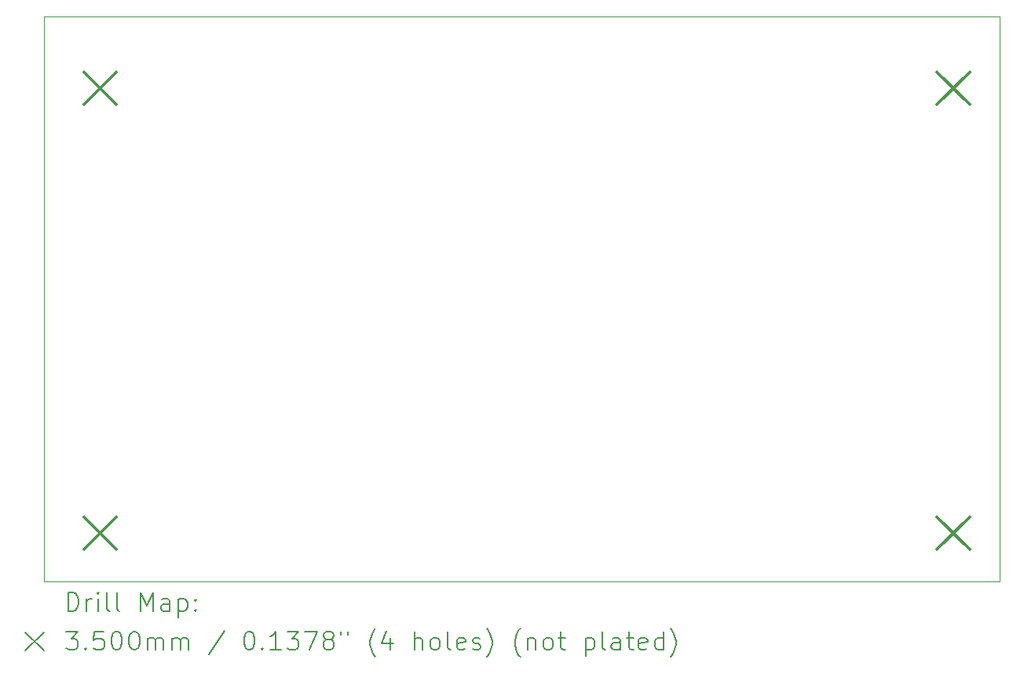
<source format=gbr>
%TF.GenerationSoftware,KiCad,Pcbnew,7.0.6-7.0.6~ubuntu22.04.1*%
%TF.CreationDate,2023-07-29T13:02:37+05:30*%
%TF.ProjectId,SDC_Schematic,5344435f-5363-4686-956d-617469632e6b,rev?*%
%TF.SameCoordinates,Original*%
%TF.FileFunction,Drillmap*%
%TF.FilePolarity,Positive*%
%FSLAX45Y45*%
G04 Gerber Fmt 4.5, Leading zero omitted, Abs format (unit mm)*
G04 Created by KiCad (PCBNEW 7.0.6-7.0.6~ubuntu22.04.1) date 2023-07-29 13:02:37*
%MOMM*%
%LPD*%
G01*
G04 APERTURE LIST*
%ADD10C,0.100000*%
%ADD11C,0.200000*%
%ADD12C,0.350000*%
G04 APERTURE END LIST*
D10*
X9400000Y-4225100D02*
X19700000Y-4225100D01*
X19700000Y-10325100D01*
X9400000Y-10325100D01*
X9400000Y-4225100D01*
D11*
D12*
X9825000Y-4825000D02*
X10175000Y-5175000D01*
X10175000Y-4825000D02*
X9825000Y-5175000D01*
X9825000Y-9625000D02*
X10175000Y-9975000D01*
X10175000Y-9625000D02*
X9825000Y-9975000D01*
X19025000Y-4825000D02*
X19375000Y-5175000D01*
X19375000Y-4825000D02*
X19025000Y-5175000D01*
X19025000Y-9625000D02*
X19375000Y-9975000D01*
X19375000Y-9625000D02*
X19025000Y-9975000D01*
D11*
X9655777Y-10641584D02*
X9655777Y-10441584D01*
X9655777Y-10441584D02*
X9703396Y-10441584D01*
X9703396Y-10441584D02*
X9731967Y-10451108D01*
X9731967Y-10451108D02*
X9751015Y-10470155D01*
X9751015Y-10470155D02*
X9760539Y-10489203D01*
X9760539Y-10489203D02*
X9770063Y-10527298D01*
X9770063Y-10527298D02*
X9770063Y-10555870D01*
X9770063Y-10555870D02*
X9760539Y-10593965D01*
X9760539Y-10593965D02*
X9751015Y-10613012D01*
X9751015Y-10613012D02*
X9731967Y-10632060D01*
X9731967Y-10632060D02*
X9703396Y-10641584D01*
X9703396Y-10641584D02*
X9655777Y-10641584D01*
X9855777Y-10641584D02*
X9855777Y-10508250D01*
X9855777Y-10546346D02*
X9865301Y-10527298D01*
X9865301Y-10527298D02*
X9874824Y-10517774D01*
X9874824Y-10517774D02*
X9893872Y-10508250D01*
X9893872Y-10508250D02*
X9912920Y-10508250D01*
X9979586Y-10641584D02*
X9979586Y-10508250D01*
X9979586Y-10441584D02*
X9970063Y-10451108D01*
X9970063Y-10451108D02*
X9979586Y-10460631D01*
X9979586Y-10460631D02*
X9989110Y-10451108D01*
X9989110Y-10451108D02*
X9979586Y-10441584D01*
X9979586Y-10441584D02*
X9979586Y-10460631D01*
X10103396Y-10641584D02*
X10084348Y-10632060D01*
X10084348Y-10632060D02*
X10074824Y-10613012D01*
X10074824Y-10613012D02*
X10074824Y-10441584D01*
X10208158Y-10641584D02*
X10189110Y-10632060D01*
X10189110Y-10632060D02*
X10179586Y-10613012D01*
X10179586Y-10613012D02*
X10179586Y-10441584D01*
X10436729Y-10641584D02*
X10436729Y-10441584D01*
X10436729Y-10441584D02*
X10503396Y-10584441D01*
X10503396Y-10584441D02*
X10570063Y-10441584D01*
X10570063Y-10441584D02*
X10570063Y-10641584D01*
X10751015Y-10641584D02*
X10751015Y-10536822D01*
X10751015Y-10536822D02*
X10741491Y-10517774D01*
X10741491Y-10517774D02*
X10722444Y-10508250D01*
X10722444Y-10508250D02*
X10684348Y-10508250D01*
X10684348Y-10508250D02*
X10665301Y-10517774D01*
X10751015Y-10632060D02*
X10731967Y-10641584D01*
X10731967Y-10641584D02*
X10684348Y-10641584D01*
X10684348Y-10641584D02*
X10665301Y-10632060D01*
X10665301Y-10632060D02*
X10655777Y-10613012D01*
X10655777Y-10613012D02*
X10655777Y-10593965D01*
X10655777Y-10593965D02*
X10665301Y-10574917D01*
X10665301Y-10574917D02*
X10684348Y-10565393D01*
X10684348Y-10565393D02*
X10731967Y-10565393D01*
X10731967Y-10565393D02*
X10751015Y-10555870D01*
X10846253Y-10508250D02*
X10846253Y-10708250D01*
X10846253Y-10517774D02*
X10865301Y-10508250D01*
X10865301Y-10508250D02*
X10903396Y-10508250D01*
X10903396Y-10508250D02*
X10922444Y-10517774D01*
X10922444Y-10517774D02*
X10931967Y-10527298D01*
X10931967Y-10527298D02*
X10941491Y-10546346D01*
X10941491Y-10546346D02*
X10941491Y-10603489D01*
X10941491Y-10603489D02*
X10931967Y-10622536D01*
X10931967Y-10622536D02*
X10922444Y-10632060D01*
X10922444Y-10632060D02*
X10903396Y-10641584D01*
X10903396Y-10641584D02*
X10865301Y-10641584D01*
X10865301Y-10641584D02*
X10846253Y-10632060D01*
X11027205Y-10622536D02*
X11036729Y-10632060D01*
X11036729Y-10632060D02*
X11027205Y-10641584D01*
X11027205Y-10641584D02*
X11017682Y-10632060D01*
X11017682Y-10632060D02*
X11027205Y-10622536D01*
X11027205Y-10622536D02*
X11027205Y-10641584D01*
X11027205Y-10517774D02*
X11036729Y-10527298D01*
X11036729Y-10527298D02*
X11027205Y-10536822D01*
X11027205Y-10536822D02*
X11017682Y-10527298D01*
X11017682Y-10527298D02*
X11027205Y-10517774D01*
X11027205Y-10517774D02*
X11027205Y-10536822D01*
X9195000Y-10870100D02*
X9395000Y-11070100D01*
X9395000Y-10870100D02*
X9195000Y-11070100D01*
X9636729Y-10861584D02*
X9760539Y-10861584D01*
X9760539Y-10861584D02*
X9693872Y-10937774D01*
X9693872Y-10937774D02*
X9722444Y-10937774D01*
X9722444Y-10937774D02*
X9741491Y-10947298D01*
X9741491Y-10947298D02*
X9751015Y-10956822D01*
X9751015Y-10956822D02*
X9760539Y-10975870D01*
X9760539Y-10975870D02*
X9760539Y-11023489D01*
X9760539Y-11023489D02*
X9751015Y-11042536D01*
X9751015Y-11042536D02*
X9741491Y-11052060D01*
X9741491Y-11052060D02*
X9722444Y-11061584D01*
X9722444Y-11061584D02*
X9665301Y-11061584D01*
X9665301Y-11061584D02*
X9646253Y-11052060D01*
X9646253Y-11052060D02*
X9636729Y-11042536D01*
X9846253Y-11042536D02*
X9855777Y-11052060D01*
X9855777Y-11052060D02*
X9846253Y-11061584D01*
X9846253Y-11061584D02*
X9836729Y-11052060D01*
X9836729Y-11052060D02*
X9846253Y-11042536D01*
X9846253Y-11042536D02*
X9846253Y-11061584D01*
X10036729Y-10861584D02*
X9941491Y-10861584D01*
X9941491Y-10861584D02*
X9931967Y-10956822D01*
X9931967Y-10956822D02*
X9941491Y-10947298D01*
X9941491Y-10947298D02*
X9960539Y-10937774D01*
X9960539Y-10937774D02*
X10008158Y-10937774D01*
X10008158Y-10937774D02*
X10027205Y-10947298D01*
X10027205Y-10947298D02*
X10036729Y-10956822D01*
X10036729Y-10956822D02*
X10046253Y-10975870D01*
X10046253Y-10975870D02*
X10046253Y-11023489D01*
X10046253Y-11023489D02*
X10036729Y-11042536D01*
X10036729Y-11042536D02*
X10027205Y-11052060D01*
X10027205Y-11052060D02*
X10008158Y-11061584D01*
X10008158Y-11061584D02*
X9960539Y-11061584D01*
X9960539Y-11061584D02*
X9941491Y-11052060D01*
X9941491Y-11052060D02*
X9931967Y-11042536D01*
X10170063Y-10861584D02*
X10189110Y-10861584D01*
X10189110Y-10861584D02*
X10208158Y-10871108D01*
X10208158Y-10871108D02*
X10217682Y-10880631D01*
X10217682Y-10880631D02*
X10227205Y-10899679D01*
X10227205Y-10899679D02*
X10236729Y-10937774D01*
X10236729Y-10937774D02*
X10236729Y-10985393D01*
X10236729Y-10985393D02*
X10227205Y-11023489D01*
X10227205Y-11023489D02*
X10217682Y-11042536D01*
X10217682Y-11042536D02*
X10208158Y-11052060D01*
X10208158Y-11052060D02*
X10189110Y-11061584D01*
X10189110Y-11061584D02*
X10170063Y-11061584D01*
X10170063Y-11061584D02*
X10151015Y-11052060D01*
X10151015Y-11052060D02*
X10141491Y-11042536D01*
X10141491Y-11042536D02*
X10131967Y-11023489D01*
X10131967Y-11023489D02*
X10122444Y-10985393D01*
X10122444Y-10985393D02*
X10122444Y-10937774D01*
X10122444Y-10937774D02*
X10131967Y-10899679D01*
X10131967Y-10899679D02*
X10141491Y-10880631D01*
X10141491Y-10880631D02*
X10151015Y-10871108D01*
X10151015Y-10871108D02*
X10170063Y-10861584D01*
X10360539Y-10861584D02*
X10379586Y-10861584D01*
X10379586Y-10861584D02*
X10398634Y-10871108D01*
X10398634Y-10871108D02*
X10408158Y-10880631D01*
X10408158Y-10880631D02*
X10417682Y-10899679D01*
X10417682Y-10899679D02*
X10427205Y-10937774D01*
X10427205Y-10937774D02*
X10427205Y-10985393D01*
X10427205Y-10985393D02*
X10417682Y-11023489D01*
X10417682Y-11023489D02*
X10408158Y-11042536D01*
X10408158Y-11042536D02*
X10398634Y-11052060D01*
X10398634Y-11052060D02*
X10379586Y-11061584D01*
X10379586Y-11061584D02*
X10360539Y-11061584D01*
X10360539Y-11061584D02*
X10341491Y-11052060D01*
X10341491Y-11052060D02*
X10331967Y-11042536D01*
X10331967Y-11042536D02*
X10322444Y-11023489D01*
X10322444Y-11023489D02*
X10312920Y-10985393D01*
X10312920Y-10985393D02*
X10312920Y-10937774D01*
X10312920Y-10937774D02*
X10322444Y-10899679D01*
X10322444Y-10899679D02*
X10331967Y-10880631D01*
X10331967Y-10880631D02*
X10341491Y-10871108D01*
X10341491Y-10871108D02*
X10360539Y-10861584D01*
X10512920Y-11061584D02*
X10512920Y-10928250D01*
X10512920Y-10947298D02*
X10522444Y-10937774D01*
X10522444Y-10937774D02*
X10541491Y-10928250D01*
X10541491Y-10928250D02*
X10570063Y-10928250D01*
X10570063Y-10928250D02*
X10589110Y-10937774D01*
X10589110Y-10937774D02*
X10598634Y-10956822D01*
X10598634Y-10956822D02*
X10598634Y-11061584D01*
X10598634Y-10956822D02*
X10608158Y-10937774D01*
X10608158Y-10937774D02*
X10627205Y-10928250D01*
X10627205Y-10928250D02*
X10655777Y-10928250D01*
X10655777Y-10928250D02*
X10674825Y-10937774D01*
X10674825Y-10937774D02*
X10684348Y-10956822D01*
X10684348Y-10956822D02*
X10684348Y-11061584D01*
X10779586Y-11061584D02*
X10779586Y-10928250D01*
X10779586Y-10947298D02*
X10789110Y-10937774D01*
X10789110Y-10937774D02*
X10808158Y-10928250D01*
X10808158Y-10928250D02*
X10836729Y-10928250D01*
X10836729Y-10928250D02*
X10855777Y-10937774D01*
X10855777Y-10937774D02*
X10865301Y-10956822D01*
X10865301Y-10956822D02*
X10865301Y-11061584D01*
X10865301Y-10956822D02*
X10874825Y-10937774D01*
X10874825Y-10937774D02*
X10893872Y-10928250D01*
X10893872Y-10928250D02*
X10922444Y-10928250D01*
X10922444Y-10928250D02*
X10941491Y-10937774D01*
X10941491Y-10937774D02*
X10951015Y-10956822D01*
X10951015Y-10956822D02*
X10951015Y-11061584D01*
X11341491Y-10852060D02*
X11170063Y-11109203D01*
X11598634Y-10861584D02*
X11617682Y-10861584D01*
X11617682Y-10861584D02*
X11636729Y-10871108D01*
X11636729Y-10871108D02*
X11646253Y-10880631D01*
X11646253Y-10880631D02*
X11655777Y-10899679D01*
X11655777Y-10899679D02*
X11665301Y-10937774D01*
X11665301Y-10937774D02*
X11665301Y-10985393D01*
X11665301Y-10985393D02*
X11655777Y-11023489D01*
X11655777Y-11023489D02*
X11646253Y-11042536D01*
X11646253Y-11042536D02*
X11636729Y-11052060D01*
X11636729Y-11052060D02*
X11617682Y-11061584D01*
X11617682Y-11061584D02*
X11598634Y-11061584D01*
X11598634Y-11061584D02*
X11579586Y-11052060D01*
X11579586Y-11052060D02*
X11570063Y-11042536D01*
X11570063Y-11042536D02*
X11560539Y-11023489D01*
X11560539Y-11023489D02*
X11551015Y-10985393D01*
X11551015Y-10985393D02*
X11551015Y-10937774D01*
X11551015Y-10937774D02*
X11560539Y-10899679D01*
X11560539Y-10899679D02*
X11570063Y-10880631D01*
X11570063Y-10880631D02*
X11579586Y-10871108D01*
X11579586Y-10871108D02*
X11598634Y-10861584D01*
X11751015Y-11042536D02*
X11760539Y-11052060D01*
X11760539Y-11052060D02*
X11751015Y-11061584D01*
X11751015Y-11061584D02*
X11741491Y-11052060D01*
X11741491Y-11052060D02*
X11751015Y-11042536D01*
X11751015Y-11042536D02*
X11751015Y-11061584D01*
X11951015Y-11061584D02*
X11836729Y-11061584D01*
X11893872Y-11061584D02*
X11893872Y-10861584D01*
X11893872Y-10861584D02*
X11874825Y-10890155D01*
X11874825Y-10890155D02*
X11855777Y-10909203D01*
X11855777Y-10909203D02*
X11836729Y-10918727D01*
X12017682Y-10861584D02*
X12141491Y-10861584D01*
X12141491Y-10861584D02*
X12074825Y-10937774D01*
X12074825Y-10937774D02*
X12103396Y-10937774D01*
X12103396Y-10937774D02*
X12122444Y-10947298D01*
X12122444Y-10947298D02*
X12131967Y-10956822D01*
X12131967Y-10956822D02*
X12141491Y-10975870D01*
X12141491Y-10975870D02*
X12141491Y-11023489D01*
X12141491Y-11023489D02*
X12131967Y-11042536D01*
X12131967Y-11042536D02*
X12122444Y-11052060D01*
X12122444Y-11052060D02*
X12103396Y-11061584D01*
X12103396Y-11061584D02*
X12046253Y-11061584D01*
X12046253Y-11061584D02*
X12027206Y-11052060D01*
X12027206Y-11052060D02*
X12017682Y-11042536D01*
X12208158Y-10861584D02*
X12341491Y-10861584D01*
X12341491Y-10861584D02*
X12255777Y-11061584D01*
X12446253Y-10947298D02*
X12427206Y-10937774D01*
X12427206Y-10937774D02*
X12417682Y-10928250D01*
X12417682Y-10928250D02*
X12408158Y-10909203D01*
X12408158Y-10909203D02*
X12408158Y-10899679D01*
X12408158Y-10899679D02*
X12417682Y-10880631D01*
X12417682Y-10880631D02*
X12427206Y-10871108D01*
X12427206Y-10871108D02*
X12446253Y-10861584D01*
X12446253Y-10861584D02*
X12484348Y-10861584D01*
X12484348Y-10861584D02*
X12503396Y-10871108D01*
X12503396Y-10871108D02*
X12512920Y-10880631D01*
X12512920Y-10880631D02*
X12522444Y-10899679D01*
X12522444Y-10899679D02*
X12522444Y-10909203D01*
X12522444Y-10909203D02*
X12512920Y-10928250D01*
X12512920Y-10928250D02*
X12503396Y-10937774D01*
X12503396Y-10937774D02*
X12484348Y-10947298D01*
X12484348Y-10947298D02*
X12446253Y-10947298D01*
X12446253Y-10947298D02*
X12427206Y-10956822D01*
X12427206Y-10956822D02*
X12417682Y-10966346D01*
X12417682Y-10966346D02*
X12408158Y-10985393D01*
X12408158Y-10985393D02*
X12408158Y-11023489D01*
X12408158Y-11023489D02*
X12417682Y-11042536D01*
X12417682Y-11042536D02*
X12427206Y-11052060D01*
X12427206Y-11052060D02*
X12446253Y-11061584D01*
X12446253Y-11061584D02*
X12484348Y-11061584D01*
X12484348Y-11061584D02*
X12503396Y-11052060D01*
X12503396Y-11052060D02*
X12512920Y-11042536D01*
X12512920Y-11042536D02*
X12522444Y-11023489D01*
X12522444Y-11023489D02*
X12522444Y-10985393D01*
X12522444Y-10985393D02*
X12512920Y-10966346D01*
X12512920Y-10966346D02*
X12503396Y-10956822D01*
X12503396Y-10956822D02*
X12484348Y-10947298D01*
X12598634Y-10861584D02*
X12598634Y-10899679D01*
X12674825Y-10861584D02*
X12674825Y-10899679D01*
X12970063Y-11137774D02*
X12960539Y-11128250D01*
X12960539Y-11128250D02*
X12941491Y-11099679D01*
X12941491Y-11099679D02*
X12931968Y-11080631D01*
X12931968Y-11080631D02*
X12922444Y-11052060D01*
X12922444Y-11052060D02*
X12912920Y-11004441D01*
X12912920Y-11004441D02*
X12912920Y-10966346D01*
X12912920Y-10966346D02*
X12922444Y-10918727D01*
X12922444Y-10918727D02*
X12931968Y-10890155D01*
X12931968Y-10890155D02*
X12941491Y-10871108D01*
X12941491Y-10871108D02*
X12960539Y-10842536D01*
X12960539Y-10842536D02*
X12970063Y-10833012D01*
X13131968Y-10928250D02*
X13131968Y-11061584D01*
X13084348Y-10852060D02*
X13036729Y-10994917D01*
X13036729Y-10994917D02*
X13160539Y-10994917D01*
X13389110Y-11061584D02*
X13389110Y-10861584D01*
X13474825Y-11061584D02*
X13474825Y-10956822D01*
X13474825Y-10956822D02*
X13465301Y-10937774D01*
X13465301Y-10937774D02*
X13446253Y-10928250D01*
X13446253Y-10928250D02*
X13417682Y-10928250D01*
X13417682Y-10928250D02*
X13398634Y-10937774D01*
X13398634Y-10937774D02*
X13389110Y-10947298D01*
X13598634Y-11061584D02*
X13579587Y-11052060D01*
X13579587Y-11052060D02*
X13570063Y-11042536D01*
X13570063Y-11042536D02*
X13560539Y-11023489D01*
X13560539Y-11023489D02*
X13560539Y-10966346D01*
X13560539Y-10966346D02*
X13570063Y-10947298D01*
X13570063Y-10947298D02*
X13579587Y-10937774D01*
X13579587Y-10937774D02*
X13598634Y-10928250D01*
X13598634Y-10928250D02*
X13627206Y-10928250D01*
X13627206Y-10928250D02*
X13646253Y-10937774D01*
X13646253Y-10937774D02*
X13655777Y-10947298D01*
X13655777Y-10947298D02*
X13665301Y-10966346D01*
X13665301Y-10966346D02*
X13665301Y-11023489D01*
X13665301Y-11023489D02*
X13655777Y-11042536D01*
X13655777Y-11042536D02*
X13646253Y-11052060D01*
X13646253Y-11052060D02*
X13627206Y-11061584D01*
X13627206Y-11061584D02*
X13598634Y-11061584D01*
X13779587Y-11061584D02*
X13760539Y-11052060D01*
X13760539Y-11052060D02*
X13751015Y-11033012D01*
X13751015Y-11033012D02*
X13751015Y-10861584D01*
X13931968Y-11052060D02*
X13912920Y-11061584D01*
X13912920Y-11061584D02*
X13874825Y-11061584D01*
X13874825Y-11061584D02*
X13855777Y-11052060D01*
X13855777Y-11052060D02*
X13846253Y-11033012D01*
X13846253Y-11033012D02*
X13846253Y-10956822D01*
X13846253Y-10956822D02*
X13855777Y-10937774D01*
X13855777Y-10937774D02*
X13874825Y-10928250D01*
X13874825Y-10928250D02*
X13912920Y-10928250D01*
X13912920Y-10928250D02*
X13931968Y-10937774D01*
X13931968Y-10937774D02*
X13941491Y-10956822D01*
X13941491Y-10956822D02*
X13941491Y-10975870D01*
X13941491Y-10975870D02*
X13846253Y-10994917D01*
X14017682Y-11052060D02*
X14036730Y-11061584D01*
X14036730Y-11061584D02*
X14074825Y-11061584D01*
X14074825Y-11061584D02*
X14093872Y-11052060D01*
X14093872Y-11052060D02*
X14103396Y-11033012D01*
X14103396Y-11033012D02*
X14103396Y-11023489D01*
X14103396Y-11023489D02*
X14093872Y-11004441D01*
X14093872Y-11004441D02*
X14074825Y-10994917D01*
X14074825Y-10994917D02*
X14046253Y-10994917D01*
X14046253Y-10994917D02*
X14027206Y-10985393D01*
X14027206Y-10985393D02*
X14017682Y-10966346D01*
X14017682Y-10966346D02*
X14017682Y-10956822D01*
X14017682Y-10956822D02*
X14027206Y-10937774D01*
X14027206Y-10937774D02*
X14046253Y-10928250D01*
X14046253Y-10928250D02*
X14074825Y-10928250D01*
X14074825Y-10928250D02*
X14093872Y-10937774D01*
X14170063Y-11137774D02*
X14179587Y-11128250D01*
X14179587Y-11128250D02*
X14198634Y-11099679D01*
X14198634Y-11099679D02*
X14208158Y-11080631D01*
X14208158Y-11080631D02*
X14217682Y-11052060D01*
X14217682Y-11052060D02*
X14227206Y-11004441D01*
X14227206Y-11004441D02*
X14227206Y-10966346D01*
X14227206Y-10966346D02*
X14217682Y-10918727D01*
X14217682Y-10918727D02*
X14208158Y-10890155D01*
X14208158Y-10890155D02*
X14198634Y-10871108D01*
X14198634Y-10871108D02*
X14179587Y-10842536D01*
X14179587Y-10842536D02*
X14170063Y-10833012D01*
X14531968Y-11137774D02*
X14522444Y-11128250D01*
X14522444Y-11128250D02*
X14503396Y-11099679D01*
X14503396Y-11099679D02*
X14493872Y-11080631D01*
X14493872Y-11080631D02*
X14484349Y-11052060D01*
X14484349Y-11052060D02*
X14474825Y-11004441D01*
X14474825Y-11004441D02*
X14474825Y-10966346D01*
X14474825Y-10966346D02*
X14484349Y-10918727D01*
X14484349Y-10918727D02*
X14493872Y-10890155D01*
X14493872Y-10890155D02*
X14503396Y-10871108D01*
X14503396Y-10871108D02*
X14522444Y-10842536D01*
X14522444Y-10842536D02*
X14531968Y-10833012D01*
X14608158Y-10928250D02*
X14608158Y-11061584D01*
X14608158Y-10947298D02*
X14617682Y-10937774D01*
X14617682Y-10937774D02*
X14636730Y-10928250D01*
X14636730Y-10928250D02*
X14665301Y-10928250D01*
X14665301Y-10928250D02*
X14684349Y-10937774D01*
X14684349Y-10937774D02*
X14693872Y-10956822D01*
X14693872Y-10956822D02*
X14693872Y-11061584D01*
X14817682Y-11061584D02*
X14798634Y-11052060D01*
X14798634Y-11052060D02*
X14789111Y-11042536D01*
X14789111Y-11042536D02*
X14779587Y-11023489D01*
X14779587Y-11023489D02*
X14779587Y-10966346D01*
X14779587Y-10966346D02*
X14789111Y-10947298D01*
X14789111Y-10947298D02*
X14798634Y-10937774D01*
X14798634Y-10937774D02*
X14817682Y-10928250D01*
X14817682Y-10928250D02*
X14846253Y-10928250D01*
X14846253Y-10928250D02*
X14865301Y-10937774D01*
X14865301Y-10937774D02*
X14874825Y-10947298D01*
X14874825Y-10947298D02*
X14884349Y-10966346D01*
X14884349Y-10966346D02*
X14884349Y-11023489D01*
X14884349Y-11023489D02*
X14874825Y-11042536D01*
X14874825Y-11042536D02*
X14865301Y-11052060D01*
X14865301Y-11052060D02*
X14846253Y-11061584D01*
X14846253Y-11061584D02*
X14817682Y-11061584D01*
X14941492Y-10928250D02*
X15017682Y-10928250D01*
X14970063Y-10861584D02*
X14970063Y-11033012D01*
X14970063Y-11033012D02*
X14979587Y-11052060D01*
X14979587Y-11052060D02*
X14998634Y-11061584D01*
X14998634Y-11061584D02*
X15017682Y-11061584D01*
X15236730Y-10928250D02*
X15236730Y-11128250D01*
X15236730Y-10937774D02*
X15255777Y-10928250D01*
X15255777Y-10928250D02*
X15293873Y-10928250D01*
X15293873Y-10928250D02*
X15312920Y-10937774D01*
X15312920Y-10937774D02*
X15322444Y-10947298D01*
X15322444Y-10947298D02*
X15331968Y-10966346D01*
X15331968Y-10966346D02*
X15331968Y-11023489D01*
X15331968Y-11023489D02*
X15322444Y-11042536D01*
X15322444Y-11042536D02*
X15312920Y-11052060D01*
X15312920Y-11052060D02*
X15293873Y-11061584D01*
X15293873Y-11061584D02*
X15255777Y-11061584D01*
X15255777Y-11061584D02*
X15236730Y-11052060D01*
X15446253Y-11061584D02*
X15427206Y-11052060D01*
X15427206Y-11052060D02*
X15417682Y-11033012D01*
X15417682Y-11033012D02*
X15417682Y-10861584D01*
X15608158Y-11061584D02*
X15608158Y-10956822D01*
X15608158Y-10956822D02*
X15598634Y-10937774D01*
X15598634Y-10937774D02*
X15579587Y-10928250D01*
X15579587Y-10928250D02*
X15541492Y-10928250D01*
X15541492Y-10928250D02*
X15522444Y-10937774D01*
X15608158Y-11052060D02*
X15589111Y-11061584D01*
X15589111Y-11061584D02*
X15541492Y-11061584D01*
X15541492Y-11061584D02*
X15522444Y-11052060D01*
X15522444Y-11052060D02*
X15512920Y-11033012D01*
X15512920Y-11033012D02*
X15512920Y-11013965D01*
X15512920Y-11013965D02*
X15522444Y-10994917D01*
X15522444Y-10994917D02*
X15541492Y-10985393D01*
X15541492Y-10985393D02*
X15589111Y-10985393D01*
X15589111Y-10985393D02*
X15608158Y-10975870D01*
X15674825Y-10928250D02*
X15751015Y-10928250D01*
X15703396Y-10861584D02*
X15703396Y-11033012D01*
X15703396Y-11033012D02*
X15712920Y-11052060D01*
X15712920Y-11052060D02*
X15731968Y-11061584D01*
X15731968Y-11061584D02*
X15751015Y-11061584D01*
X15893873Y-11052060D02*
X15874825Y-11061584D01*
X15874825Y-11061584D02*
X15836730Y-11061584D01*
X15836730Y-11061584D02*
X15817682Y-11052060D01*
X15817682Y-11052060D02*
X15808158Y-11033012D01*
X15808158Y-11033012D02*
X15808158Y-10956822D01*
X15808158Y-10956822D02*
X15817682Y-10937774D01*
X15817682Y-10937774D02*
X15836730Y-10928250D01*
X15836730Y-10928250D02*
X15874825Y-10928250D01*
X15874825Y-10928250D02*
X15893873Y-10937774D01*
X15893873Y-10937774D02*
X15903396Y-10956822D01*
X15903396Y-10956822D02*
X15903396Y-10975870D01*
X15903396Y-10975870D02*
X15808158Y-10994917D01*
X16074825Y-11061584D02*
X16074825Y-10861584D01*
X16074825Y-11052060D02*
X16055777Y-11061584D01*
X16055777Y-11061584D02*
X16017682Y-11061584D01*
X16017682Y-11061584D02*
X15998634Y-11052060D01*
X15998634Y-11052060D02*
X15989111Y-11042536D01*
X15989111Y-11042536D02*
X15979587Y-11023489D01*
X15979587Y-11023489D02*
X15979587Y-10966346D01*
X15979587Y-10966346D02*
X15989111Y-10947298D01*
X15989111Y-10947298D02*
X15998634Y-10937774D01*
X15998634Y-10937774D02*
X16017682Y-10928250D01*
X16017682Y-10928250D02*
X16055777Y-10928250D01*
X16055777Y-10928250D02*
X16074825Y-10937774D01*
X16151015Y-11137774D02*
X16160539Y-11128250D01*
X16160539Y-11128250D02*
X16179587Y-11099679D01*
X16179587Y-11099679D02*
X16189111Y-11080631D01*
X16189111Y-11080631D02*
X16198634Y-11052060D01*
X16198634Y-11052060D02*
X16208158Y-11004441D01*
X16208158Y-11004441D02*
X16208158Y-10966346D01*
X16208158Y-10966346D02*
X16198634Y-10918727D01*
X16198634Y-10918727D02*
X16189111Y-10890155D01*
X16189111Y-10890155D02*
X16179587Y-10871108D01*
X16179587Y-10871108D02*
X16160539Y-10842536D01*
X16160539Y-10842536D02*
X16151015Y-10833012D01*
M02*

</source>
